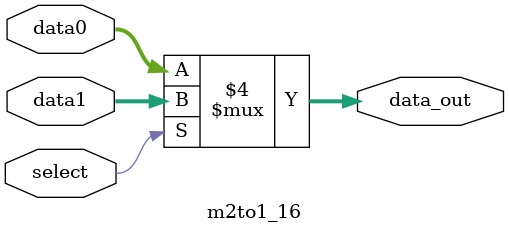
<source format=v>
module m2to1_16(data0,data1,select,data_out);
	input [15:0] data0, data1;
	input select;
	output reg [15:0] data_out;

	always @ (*) begin
		if (select == 0)
			data_out <= data0;
		else
			data_out <= data1;
	end
endmodule

</source>
